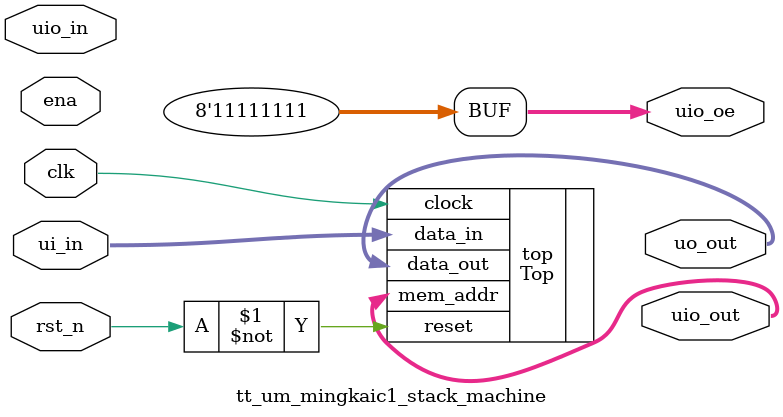
<source format=sv>
`default_nettype none

module tt_um_mingkaic1_stack_machine (
    input  logic [7:0] ui_in,    // Dedicated inputs - connected to the input switches
    output logic [7:0] uo_out,   // Dedicated outputs - connected to the 7 segment display
    input  logic [7:0] uio_in,   // IOs: Bidirectional Input path
    output logic [7:0] uio_out,  // IOs: Bidirectional Output path
    output logic [7:0] uio_oe,   // IOs: Bidirectional Enable path (active high: 0=input, 1=output)
    input  logic       ena,      // will go high when the design is enabled
    input  logic       clk,      // clock
    input  logic       rst_n     // reset_n - low to reset
);

    Top top (
        .clock(clk),
        .reset(~rst_n),
        .data_in(ui_in),
        .data_out(uo_out),
        .mem_addr(uio_out)
    );

    assign uio_oe = 8'b1111_1111;  // All outputs

endmodule: tt_um_mingkaic1_stack_machine

</source>
